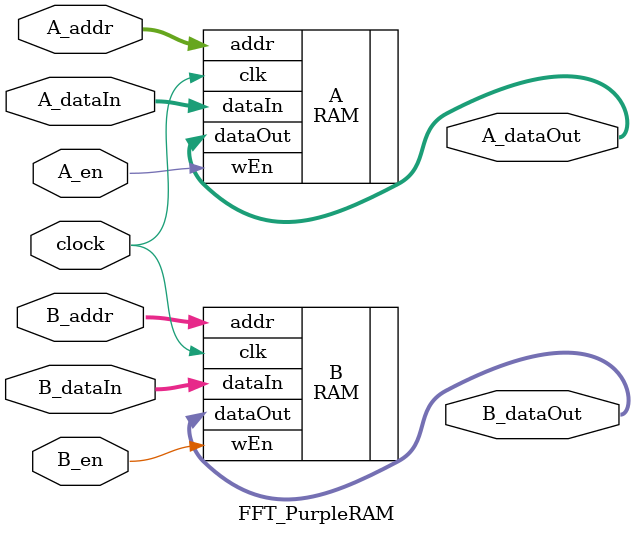
<source format=v>
module FFT_PurpleRAM (
    input clock, A_en, B_en,
    input [15:0] A_dataIn, B_dataIn,
    input [4:0] A_addr, B_addr,
    output [15:0] A_dataOut, B_dataOut
);

    RAM #(.DATA_WIDTH(16), .ADDRESS_WIDTH(5), .DEPTH(32)) A(
        .clk(clock),
        .wEn(A_en),
        .addr(A_addr),
        .dataIn(A_dataIn),
        .dataOut(A_dataOut)
    );

    
    RAM #(.DATA_WIDTH(16), .ADDRESS_WIDTH(5), .DEPTH(32)) B(
        .clk(clock),
        .wEn(B_en),
        .addr(B_addr),
        .dataIn(B_dataIn),
        .dataOut(B_dataOut)
    );

endmodule
</source>
